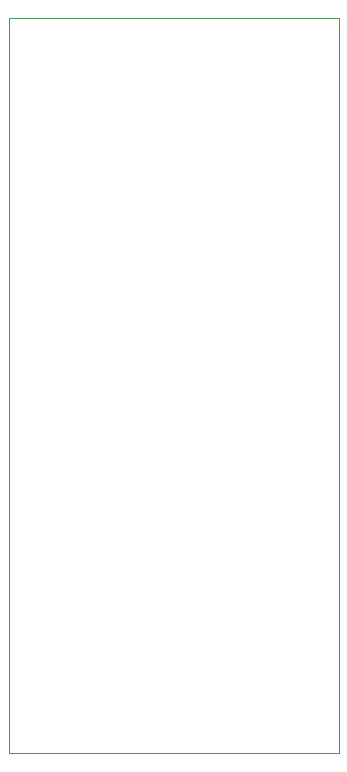
<source format=gbr>
%TF.GenerationSoftware,KiCad,Pcbnew,(5.1.6)-1*%
%TF.CreationDate,2021-02-04T14:06:32+01:00*%
%TF.ProjectId,DIY_Blackpill,4449595f-426c-4616-936b-70696c6c2e6b,rev?*%
%TF.SameCoordinates,Original*%
%TF.FileFunction,Profile,NP*%
%FSLAX46Y46*%
G04 Gerber Fmt 4.6, Leading zero omitted, Abs format (unit mm)*
G04 Created by KiCad (PCBNEW (5.1.6)-1) date 2021-02-04 14:06:32*
%MOMM*%
%LPD*%
G01*
G04 APERTURE LIST*
%TA.AperFunction,Profile*%
%ADD10C,0.050000*%
%TD*%
G04 APERTURE END LIST*
D10*
X78740000Y-97790000D02*
X78740000Y-35560000D01*
X50800000Y-35560000D02*
X50800000Y-97790000D01*
X78740000Y-97790000D02*
X74930000Y-97790000D01*
X50800000Y-35560000D02*
X78740000Y-35560000D01*
X54610000Y-97790000D02*
X50800000Y-97790000D01*
X74930000Y-97790000D02*
X54610000Y-97790000D01*
M02*

</source>
